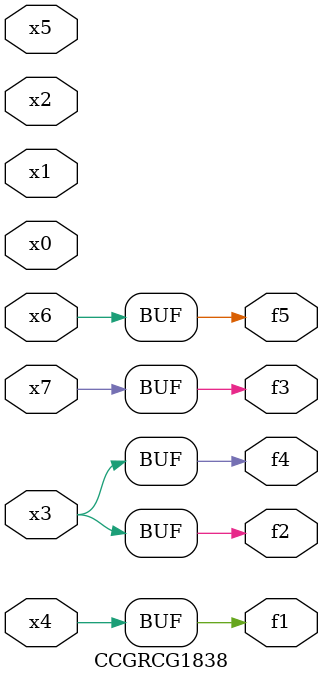
<source format=v>
module CCGRCG1838(
	input x0, x1, x2, x3, x4, x5, x6, x7,
	output f1, f2, f3, f4, f5
);
	assign f1 = x4;
	assign f2 = x3;
	assign f3 = x7;
	assign f4 = x3;
	assign f5 = x6;
endmodule

</source>
